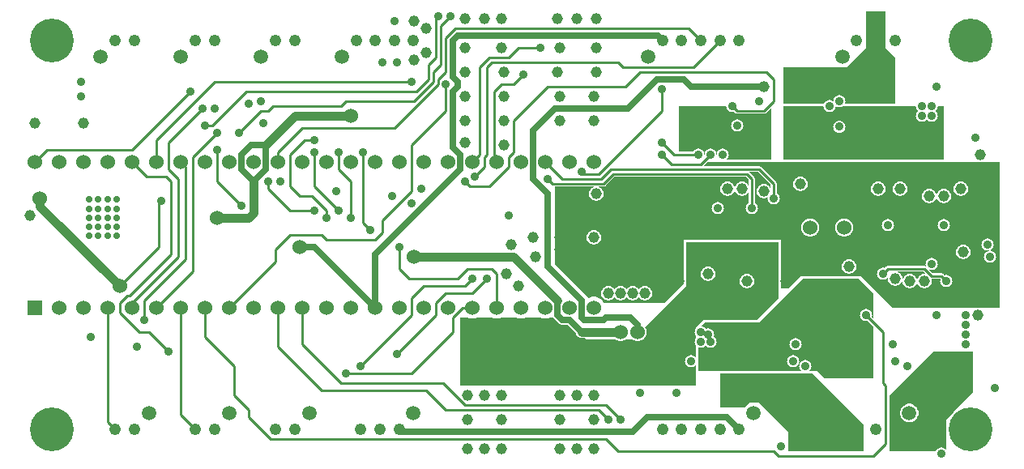
<source format=gbr>
G04 start of page 4 for group 2 idx 1 *
G04 Title: board, signal2 *
G04 Creator: pcb 20140316 *
G04 CreationDate: Mon 15 Jan 2018 01:30:57 AM GMT UTC *
G04 For: brian *
G04 Format: Gerber/RS-274X *
G04 PCB-Dimensions (mil): 6000.00 5000.00 *
G04 PCB-Coordinate-Origin: lower left *
%MOIN*%
%FSLAX25Y25*%
%LNGROUP2*%
%ADD73C,0.0118*%
%ADD72C,0.0380*%
%ADD71C,0.0437*%
%ADD70C,0.1285*%
%ADD69C,0.0279*%
%ADD68C,0.0200*%
%ADD67C,0.0280*%
%ADD66C,0.0360*%
%ADD65C,0.0460*%
%ADD64C,0.0278*%
%ADD63C,0.0600*%
%ADD62C,0.0597*%
%ADD61C,0.1800*%
%ADD60C,0.0480*%
%ADD59C,0.0350*%
%ADD58C,0.0250*%
%ADD57C,0.0100*%
%ADD56C,0.0001*%
G54D56*G36*
X491996Y214800D02*X495503D01*
X496319Y213984D01*
X496000Y214009D01*
X495529Y213972D01*
X495070Y213862D01*
X494634Y213681D01*
X494231Y213435D01*
X493872Y213128D01*
X493565Y212769D01*
X493319Y212366D01*
X493138Y211930D01*
X493028Y211471D01*
X492996Y211067D01*
X492972Y211471D01*
X492862Y211930D01*
X492681Y212366D01*
X492435Y212769D01*
X492128Y213128D01*
X491996Y213240D01*
Y214800D01*
G37*
G36*
X522996Y260000D02*X527000D01*
Y200000D01*
X522996D01*
Y218493D01*
X523000Y218492D01*
X523392Y218523D01*
X523775Y218615D01*
X524138Y218766D01*
X524474Y218971D01*
X524773Y219227D01*
X525029Y219526D01*
X525234Y219862D01*
X525385Y220225D01*
X525477Y220608D01*
X525500Y221000D01*
X525477Y221392D01*
X525385Y221775D01*
X525234Y222138D01*
X525029Y222474D01*
X524773Y222773D01*
X524474Y223029D01*
X524138Y223234D01*
X523775Y223385D01*
X523392Y223477D01*
X523000Y223508D01*
X522996Y223507D01*
Y223707D01*
X523138Y223766D01*
X523474Y223971D01*
X523773Y224227D01*
X524029Y224526D01*
X524234Y224862D01*
X524385Y225225D01*
X524477Y225608D01*
X524500Y226000D01*
X524477Y226392D01*
X524385Y226775D01*
X524234Y227138D01*
X524029Y227474D01*
X523773Y227773D01*
X523474Y228029D01*
X523138Y228234D01*
X522996Y228293D01*
Y260000D01*
G37*
G36*
X511995D02*X518882D01*
X519000Y259991D01*
X519118Y260000D01*
X522996D01*
Y228293D01*
X522775Y228385D01*
X522392Y228477D01*
X522000Y228508D01*
X521608Y228477D01*
X521225Y228385D01*
X520862Y228234D01*
X520526Y228029D01*
X520227Y227773D01*
X519971Y227474D01*
X519766Y227138D01*
X519615Y226775D01*
X519523Y226392D01*
X519492Y226000D01*
X519523Y225608D01*
X519615Y225225D01*
X519766Y224862D01*
X519971Y224526D01*
X520227Y224227D01*
X520526Y223971D01*
X520862Y223766D01*
X521225Y223615D01*
X521608Y223523D01*
X522000Y223492D01*
X522392Y223523D01*
X522775Y223615D01*
X522996Y223707D01*
Y223507D01*
X522608Y223477D01*
X522225Y223385D01*
X521862Y223234D01*
X521526Y223029D01*
X521227Y222773D01*
X520971Y222474D01*
X520766Y222138D01*
X520615Y221775D01*
X520523Y221392D01*
X520492Y221000D01*
X520523Y220608D01*
X520615Y220225D01*
X520766Y219862D01*
X520971Y219526D01*
X521227Y219227D01*
X521526Y218971D01*
X521862Y218766D01*
X522225Y218615D01*
X522608Y218523D01*
X522996Y218493D01*
Y200000D01*
X518118D01*
X518000Y200009D01*
X517882Y200000D01*
X511995D01*
Y219991D01*
X512000Y219991D01*
X512471Y220028D01*
X512930Y220138D01*
X513366Y220319D01*
X513769Y220565D01*
X514128Y220872D01*
X514435Y221231D01*
X514681Y221634D01*
X514862Y222070D01*
X514972Y222529D01*
X515000Y223000D01*
X514972Y223471D01*
X514862Y223930D01*
X514681Y224366D01*
X514435Y224769D01*
X514128Y225128D01*
X513769Y225435D01*
X513366Y225681D01*
X512930Y225862D01*
X512471Y225972D01*
X512000Y226009D01*
X511995Y226009D01*
Y246165D01*
X512366Y246319D01*
X512769Y246565D01*
X513128Y246872D01*
X513435Y247231D01*
X513681Y247634D01*
X513862Y248070D01*
X513972Y248529D01*
X514000Y249000D01*
X513972Y249471D01*
X513862Y249930D01*
X513681Y250366D01*
X513435Y250769D01*
X513128Y251128D01*
X512769Y251435D01*
X512366Y251681D01*
X511995Y251835D01*
Y260000D01*
G37*
G36*
X503996D02*X511995D01*
Y251835D01*
X511930Y251862D01*
X511471Y251972D01*
X511000Y252009D01*
X510529Y251972D01*
X510070Y251862D01*
X509634Y251681D01*
X509231Y251435D01*
X508872Y251128D01*
X508565Y250769D01*
X508319Y250366D01*
X508138Y249930D01*
X508028Y249471D01*
X507991Y249000D01*
X508028Y248529D01*
X508138Y248070D01*
X508319Y247634D01*
X508565Y247231D01*
X508872Y246872D01*
X509231Y246565D01*
X509634Y246319D01*
X510070Y246138D01*
X510529Y246028D01*
X511000Y245991D01*
X511471Y246028D01*
X511930Y246138D01*
X511995Y246165D01*
Y226009D01*
X511529Y225972D01*
X511070Y225862D01*
X510634Y225681D01*
X510231Y225435D01*
X509872Y225128D01*
X509565Y224769D01*
X509319Y224366D01*
X509138Y223930D01*
X509028Y223471D01*
X508991Y223000D01*
X509028Y222529D01*
X509138Y222070D01*
X509319Y221634D01*
X509565Y221231D01*
X509872Y220872D01*
X510231Y220565D01*
X510634Y220319D01*
X511070Y220138D01*
X511529Y220028D01*
X511995Y219991D01*
Y200000D01*
X503996D01*
Y208710D01*
X504225Y208615D01*
X504608Y208523D01*
X505000Y208492D01*
X505392Y208523D01*
X505775Y208615D01*
X506138Y208766D01*
X506474Y208971D01*
X506773Y209227D01*
X507029Y209526D01*
X507234Y209862D01*
X507385Y210225D01*
X507477Y210608D01*
X507500Y211000D01*
X507477Y211392D01*
X507385Y211775D01*
X507234Y212138D01*
X507029Y212474D01*
X506773Y212773D01*
X506474Y213029D01*
X506138Y213234D01*
X505775Y213385D01*
X505392Y213477D01*
X505000Y213508D01*
X504608Y213477D01*
X504295Y213402D01*
X503996Y213701D01*
Y231493D01*
X504000Y231492D01*
X504392Y231523D01*
X504775Y231615D01*
X505138Y231766D01*
X505474Y231971D01*
X505773Y232227D01*
X506029Y232526D01*
X506234Y232862D01*
X506385Y233225D01*
X506477Y233608D01*
X506500Y234000D01*
X506477Y234392D01*
X506385Y234775D01*
X506234Y235138D01*
X506029Y235474D01*
X505773Y235773D01*
X505474Y236029D01*
X505138Y236234D01*
X504775Y236385D01*
X504392Y236477D01*
X504000Y236508D01*
X503996Y236507D01*
Y242991D01*
X504000Y242991D01*
X504471Y243028D01*
X504930Y243138D01*
X505366Y243319D01*
X505769Y243565D01*
X506128Y243872D01*
X506435Y244231D01*
X506681Y244634D01*
X506862Y245070D01*
X506972Y245529D01*
X507000Y246000D01*
X506972Y246471D01*
X506862Y246930D01*
X506681Y247366D01*
X506435Y247769D01*
X506128Y248128D01*
X505769Y248435D01*
X505366Y248681D01*
X504930Y248862D01*
X504471Y248972D01*
X504000Y249009D01*
X503996Y249009D01*
Y260000D01*
G37*
G36*
Y213701D02*X503882Y213815D01*
X503851Y213851D01*
X503708Y213974D01*
X503546Y214073D01*
X503372Y214145D01*
X503188Y214189D01*
X503000Y214204D01*
X502953Y214200D01*
X500995D01*
Y216487D01*
X501029Y216526D01*
X501234Y216862D01*
X501385Y217225D01*
X501477Y217608D01*
X501500Y218000D01*
X501477Y218392D01*
X501385Y218775D01*
X501234Y219138D01*
X501029Y219474D01*
X500995Y219513D01*
Y245922D01*
X500996Y245933D01*
X501028Y245529D01*
X501138Y245070D01*
X501319Y244634D01*
X501565Y244231D01*
X501872Y243872D01*
X502231Y243565D01*
X502634Y243319D01*
X503070Y243138D01*
X503529Y243028D01*
X503996Y242991D01*
Y236507D01*
X503608Y236477D01*
X503225Y236385D01*
X502862Y236234D01*
X502526Y236029D01*
X502227Y235773D01*
X501971Y235474D01*
X501766Y235138D01*
X501615Y234775D01*
X501523Y234392D01*
X501492Y234000D01*
X501523Y233608D01*
X501615Y233225D01*
X501766Y232862D01*
X501971Y232526D01*
X502227Y232227D01*
X502526Y231971D01*
X502862Y231766D01*
X503225Y231615D01*
X503608Y231523D01*
X503996Y231493D01*
Y213701D01*
G37*
G36*
Y200000D02*X500995D01*
Y211800D01*
X502503D01*
X502598Y211705D01*
X502523Y211392D01*
X502492Y211000D01*
X502523Y210608D01*
X502615Y210225D01*
X502766Y209862D01*
X502971Y209526D01*
X503227Y209227D01*
X503526Y208971D01*
X503862Y208766D01*
X503996Y208710D01*
Y200000D01*
G37*
G36*
X500995Y260000D02*X503996D01*
Y249009D01*
X503529Y248972D01*
X503070Y248862D01*
X502634Y248681D01*
X502231Y248435D01*
X501872Y248128D01*
X501565Y247769D01*
X501319Y247366D01*
X501138Y246930D01*
X501028Y246471D01*
X500996Y246067D01*
X500995Y246078D01*
Y260000D01*
G37*
G36*
Y214200D02*X499497D01*
X497981Y215716D01*
X498225Y215615D01*
X498608Y215523D01*
X499000Y215492D01*
X499392Y215523D01*
X499775Y215615D01*
X500138Y215766D01*
X500474Y215971D01*
X500773Y216227D01*
X500995Y216487D01*
Y214200D01*
G37*
G36*
Y200000D02*X491996D01*
Y208760D01*
X492128Y208872D01*
X492435Y209231D01*
X492681Y209634D01*
X492862Y210070D01*
X492972Y210529D01*
X492996Y210933D01*
X493028Y210529D01*
X493138Y210070D01*
X493319Y209634D01*
X493565Y209231D01*
X493872Y208872D01*
X494231Y208565D01*
X494634Y208319D01*
X495070Y208138D01*
X495529Y208028D01*
X496000Y207991D01*
X496471Y208028D01*
X496930Y208138D01*
X497366Y208319D01*
X497769Y208565D01*
X498128Y208872D01*
X498435Y209231D01*
X498681Y209634D01*
X498862Y210070D01*
X498972Y210529D01*
X499000Y211000D01*
X498972Y211471D01*
X498892Y211805D01*
X499000Y211796D01*
X499047Y211800D01*
X500995D01*
Y200000D01*
G37*
G36*
X491996Y260000D02*X500995D01*
Y246078D01*
X500972Y246471D01*
X500862Y246930D01*
X500681Y247366D01*
X500435Y247769D01*
X500128Y248128D01*
X499769Y248435D01*
X499366Y248681D01*
X498930Y248862D01*
X498471Y248972D01*
X498000Y249009D01*
X497529Y248972D01*
X497070Y248862D01*
X496634Y248681D01*
X496231Y248435D01*
X495872Y248128D01*
X495565Y247769D01*
X495319Y247366D01*
X495138Y246930D01*
X495028Y246471D01*
X494991Y246000D01*
X495028Y245529D01*
X495138Y245070D01*
X495319Y244634D01*
X495565Y244231D01*
X495872Y243872D01*
X496231Y243565D01*
X496634Y243319D01*
X497070Y243138D01*
X497529Y243028D01*
X498000Y242991D01*
X498471Y243028D01*
X498930Y243138D01*
X499366Y243319D01*
X499769Y243565D01*
X500128Y243872D01*
X500435Y244231D01*
X500681Y244634D01*
X500862Y245070D01*
X500972Y245529D01*
X500995Y245922D01*
Y219513D01*
X500773Y219773D01*
X500474Y220029D01*
X500138Y220234D01*
X499775Y220385D01*
X499392Y220477D01*
X499000Y220508D01*
X498608Y220477D01*
X498225Y220385D01*
X497862Y220234D01*
X497526Y220029D01*
X497227Y219773D01*
X496971Y219474D01*
X496766Y219138D01*
X496615Y218775D01*
X496523Y218392D01*
X496492Y218000D01*
X496523Y217608D01*
X496615Y217225D01*
X496725Y216959D01*
X496708Y216974D01*
X496546Y217073D01*
X496372Y217145D01*
X496188Y217189D01*
X496000Y217204D01*
X495953Y217200D01*
X491996D01*
Y260000D01*
G37*
G36*
X485995Y209759D02*X486128Y209872D01*
X486435Y210231D01*
X486681Y210634D01*
X486862Y211070D01*
X486972Y211529D01*
X487000Y212000D01*
X486972Y212471D01*
X486862Y212930D01*
X486681Y213366D01*
X486435Y213769D01*
X486128Y214128D01*
X485995Y214241D01*
Y214800D01*
X491996D01*
Y213240D01*
X491769Y213435D01*
X491366Y213681D01*
X490930Y213862D01*
X490471Y213972D01*
X490000Y214009D01*
X489529Y213972D01*
X489070Y213862D01*
X488634Y213681D01*
X488231Y213435D01*
X487872Y213128D01*
X487565Y212769D01*
X487319Y212366D01*
X487138Y211930D01*
X487028Y211471D01*
X486991Y211000D01*
X487028Y210529D01*
X487138Y210070D01*
X487319Y209634D01*
X487565Y209231D01*
X487872Y208872D01*
X488231Y208565D01*
X488634Y208319D01*
X489070Y208138D01*
X489529Y208028D01*
X490000Y207991D01*
X490471Y208028D01*
X490930Y208138D01*
X491366Y208319D01*
X491769Y208565D01*
X491996Y208760D01*
Y200000D01*
X485995D01*
Y209759D01*
G37*
G36*
Y260000D02*X491996D01*
Y217200D01*
X485995D01*
Y245991D01*
X486000Y245991D01*
X486471Y246028D01*
X486930Y246138D01*
X487366Y246319D01*
X487769Y246565D01*
X488128Y246872D01*
X488435Y247231D01*
X488681Y247634D01*
X488862Y248070D01*
X488972Y248529D01*
X489000Y249000D01*
X488972Y249471D01*
X488862Y249930D01*
X488681Y250366D01*
X488435Y250769D01*
X488128Y251128D01*
X487769Y251435D01*
X487366Y251681D01*
X486930Y251862D01*
X486471Y251972D01*
X486000Y252009D01*
X485995Y252009D01*
Y260000D01*
G37*
G36*
Y214241D02*X485769Y214435D01*
X485366Y214681D01*
X485080Y214800D01*
X485995D01*
Y214241D01*
G37*
G36*
X476995Y212498D02*X477227Y212227D01*
X477526Y211971D01*
X477862Y211766D01*
X478225Y211615D01*
X478608Y211523D01*
X479000Y211492D01*
X479392Y211523D01*
X479775Y211615D01*
X480138Y211766D01*
X480474Y211971D01*
X480773Y212227D01*
X481029Y212526D01*
X481049Y212559D01*
X481028Y212471D01*
X480991Y212000D01*
X481028Y211529D01*
X481138Y211070D01*
X481319Y210634D01*
X481565Y210231D01*
X481872Y209872D01*
X482231Y209565D01*
X482634Y209319D01*
X483070Y209138D01*
X483529Y209028D01*
X484000Y208991D01*
X484471Y209028D01*
X484930Y209138D01*
X485366Y209319D01*
X485769Y209565D01*
X485995Y209759D01*
Y200000D01*
X483000D01*
X476995Y206005D01*
Y212498D01*
G37*
G36*
X480996Y260000D02*X485995D01*
Y252009D01*
X485529Y251972D01*
X485070Y251862D01*
X484634Y251681D01*
X484231Y251435D01*
X483872Y251128D01*
X483565Y250769D01*
X483319Y250366D01*
X483138Y249930D01*
X483028Y249471D01*
X482991Y249000D01*
X483028Y248529D01*
X483138Y248070D01*
X483319Y247634D01*
X483565Y247231D01*
X483872Y246872D01*
X484231Y246565D01*
X484634Y246319D01*
X485070Y246138D01*
X485529Y246028D01*
X485995Y245991D01*
Y217200D01*
X481047D01*
X481000Y217204D01*
X480996Y217203D01*
Y231493D01*
X481000Y231492D01*
X481392Y231523D01*
X481775Y231615D01*
X482138Y231766D01*
X482474Y231971D01*
X482773Y232227D01*
X483029Y232526D01*
X483234Y232862D01*
X483385Y233225D01*
X483477Y233608D01*
X483500Y234000D01*
X483477Y234392D01*
X483385Y234775D01*
X483234Y235138D01*
X483029Y235474D01*
X482773Y235773D01*
X482474Y236029D01*
X482138Y236234D01*
X481775Y236385D01*
X481392Y236477D01*
X481000Y236508D01*
X480996Y236507D01*
Y260000D01*
G37*
G36*
X476995D02*X480996D01*
Y236507D01*
X480608Y236477D01*
X480225Y236385D01*
X479862Y236234D01*
X479526Y236029D01*
X479227Y235773D01*
X478971Y235474D01*
X478766Y235138D01*
X478615Y234775D01*
X478523Y234392D01*
X478492Y234000D01*
X478523Y233608D01*
X478615Y233225D01*
X478766Y232862D01*
X478971Y232526D01*
X479227Y232227D01*
X479526Y231971D01*
X479862Y231766D01*
X480225Y231615D01*
X480608Y231523D01*
X480996Y231493D01*
Y217203D01*
X480812Y217189D01*
X480628Y217145D01*
X480454Y217073D01*
X480292Y216974D01*
X480292Y216974D01*
X480149Y216851D01*
X480118Y216815D01*
X479705Y216402D01*
X479392Y216477D01*
X479000Y216508D01*
X478608Y216477D01*
X478225Y216385D01*
X477862Y216234D01*
X477526Y216029D01*
X477227Y215773D01*
X476995Y215502D01*
Y245991D01*
X477000Y245991D01*
X477471Y246028D01*
X477930Y246138D01*
X478366Y246319D01*
X478769Y246565D01*
X479128Y246872D01*
X479435Y247231D01*
X479681Y247634D01*
X479862Y248070D01*
X479972Y248529D01*
X480000Y249000D01*
X479972Y249471D01*
X479862Y249930D01*
X479681Y250366D01*
X479435Y250769D01*
X479128Y251128D01*
X478769Y251435D01*
X478366Y251681D01*
X477930Y251862D01*
X477471Y251972D01*
X477000Y252009D01*
X476995Y252009D01*
Y260000D01*
G37*
G36*
X464995D02*X476995D01*
Y252009D01*
X476529Y251972D01*
X476070Y251862D01*
X475634Y251681D01*
X475231Y251435D01*
X474872Y251128D01*
X474565Y250769D01*
X474319Y250366D01*
X474138Y249930D01*
X474028Y249471D01*
X473991Y249000D01*
X474028Y248529D01*
X474138Y248070D01*
X474319Y247634D01*
X474565Y247231D01*
X474872Y246872D01*
X475231Y246565D01*
X475634Y246319D01*
X476070Y246138D01*
X476529Y246028D01*
X476995Y245991D01*
Y215502D01*
X476971Y215474D01*
X476766Y215138D01*
X476615Y214775D01*
X476523Y214392D01*
X476492Y214000D01*
X476523Y213608D01*
X476615Y213225D01*
X476766Y212862D01*
X476971Y212526D01*
X476995Y212498D01*
Y206005D01*
X470000Y213000D01*
X464995D01*
Y213991D01*
X465000Y213991D01*
X465471Y214028D01*
X465930Y214138D01*
X466366Y214319D01*
X466769Y214565D01*
X467128Y214872D01*
X467435Y215231D01*
X467681Y215634D01*
X467862Y216070D01*
X467972Y216529D01*
X468000Y217000D01*
X467972Y217471D01*
X467862Y217930D01*
X467681Y218366D01*
X467435Y218769D01*
X467128Y219128D01*
X466769Y219435D01*
X466366Y219681D01*
X465930Y219862D01*
X465471Y219972D01*
X465000Y220009D01*
X464995Y220009D01*
Y229883D01*
X465182Y229997D01*
X465624Y230376D01*
X466003Y230818D01*
X466307Y231315D01*
X466530Y231853D01*
X466666Y232419D01*
X466700Y233000D01*
X466666Y233581D01*
X466530Y234147D01*
X466307Y234685D01*
X466003Y235182D01*
X465624Y235624D01*
X465182Y236003D01*
X464995Y236117D01*
Y260000D01*
G37*
G36*
X448994D02*X464995D01*
Y236117D01*
X464685Y236307D01*
X464147Y236530D01*
X463581Y236666D01*
X463000Y236711D01*
X462419Y236666D01*
X461853Y236530D01*
X461315Y236307D01*
X460818Y236003D01*
X460376Y235624D01*
X459997Y235182D01*
X459693Y234685D01*
X459470Y234147D01*
X459334Y233581D01*
X459289Y233000D01*
X459334Y232419D01*
X459470Y231853D01*
X459693Y231315D01*
X459997Y230818D01*
X460376Y230376D01*
X460818Y229997D01*
X461315Y229693D01*
X461853Y229470D01*
X462419Y229334D01*
X463000Y229289D01*
X463581Y229334D01*
X464147Y229470D01*
X464685Y229693D01*
X464995Y229883D01*
Y220009D01*
X464529Y219972D01*
X464070Y219862D01*
X463634Y219681D01*
X463231Y219435D01*
X462872Y219128D01*
X462565Y218769D01*
X462319Y218366D01*
X462138Y217930D01*
X462028Y217471D01*
X461991Y217000D01*
X462028Y216529D01*
X462138Y216070D01*
X462319Y215634D01*
X462565Y215231D01*
X462872Y214872D01*
X463231Y214565D01*
X463634Y214319D01*
X464070Y214138D01*
X464529Y214028D01*
X464995Y213991D01*
Y213000D01*
X448994D01*
Y229289D01*
X449000Y229289D01*
X449581Y229334D01*
X450147Y229470D01*
X450685Y229693D01*
X451182Y229997D01*
X451624Y230376D01*
X452003Y230818D01*
X452307Y231315D01*
X452530Y231853D01*
X452666Y232419D01*
X452700Y233000D01*
X452666Y233581D01*
X452530Y234147D01*
X452307Y234685D01*
X452003Y235182D01*
X451624Y235624D01*
X451182Y236003D01*
X450685Y236307D01*
X450147Y236530D01*
X449581Y236666D01*
X449000Y236711D01*
X448994Y236711D01*
Y260000D01*
G37*
G36*
X444995D02*X448994D01*
Y236711D01*
X448419Y236666D01*
X447853Y236530D01*
X447315Y236307D01*
X446818Y236003D01*
X446376Y235624D01*
X445997Y235182D01*
X445693Y234685D01*
X445470Y234147D01*
X445334Y233581D01*
X445289Y233000D01*
X445334Y232419D01*
X445470Y231853D01*
X445693Y231315D01*
X445997Y230818D01*
X446376Y230376D01*
X446818Y229997D01*
X447315Y229693D01*
X447853Y229470D01*
X448419Y229334D01*
X448994Y229289D01*
Y213000D01*
X445000D01*
X444995Y212995D01*
Y247991D01*
X445000Y247991D01*
X445471Y248028D01*
X445930Y248138D01*
X446366Y248319D01*
X446769Y248565D01*
X447128Y248872D01*
X447435Y249231D01*
X447681Y249634D01*
X447862Y250070D01*
X447972Y250529D01*
X448000Y251000D01*
X447972Y251471D01*
X447862Y251930D01*
X447681Y252366D01*
X447435Y252769D01*
X447128Y253128D01*
X446769Y253435D01*
X446366Y253681D01*
X445930Y253862D01*
X445471Y253972D01*
X445000Y254009D01*
X444995Y254009D01*
Y260000D01*
G37*
G36*
X410996Y253800D02*X422503D01*
X423800Y252503D01*
Y250080D01*
X423681Y250366D01*
X423435Y250769D01*
X423128Y251128D01*
X422769Y251435D01*
X422366Y251681D01*
X421930Y251862D01*
X421471Y251972D01*
X421000Y252009D01*
X420529Y251972D01*
X420070Y251862D01*
X419634Y251681D01*
X419231Y251435D01*
X418872Y251128D01*
X418565Y250769D01*
X418319Y250366D01*
X418138Y249930D01*
X418028Y249471D01*
X417996Y249067D01*
X417972Y249471D01*
X417862Y249930D01*
X417681Y250366D01*
X417435Y250769D01*
X417128Y251128D01*
X416769Y251435D01*
X416366Y251681D01*
X415930Y251862D01*
X415471Y251972D01*
X415000Y252009D01*
X414529Y251972D01*
X414070Y251862D01*
X413634Y251681D01*
X413231Y251435D01*
X412872Y251128D01*
X412565Y250769D01*
X412319Y250366D01*
X412138Y249930D01*
X412028Y249471D01*
X411991Y249000D01*
X412028Y248529D01*
X412138Y248070D01*
X412319Y247634D01*
X412565Y247231D01*
X412872Y246872D01*
X413231Y246565D01*
X413634Y246319D01*
X414070Y246138D01*
X414529Y246028D01*
X415000Y245991D01*
X415471Y246028D01*
X415930Y246138D01*
X416366Y246319D01*
X416769Y246565D01*
X417128Y246872D01*
X417435Y247231D01*
X417681Y247634D01*
X417862Y248070D01*
X417972Y248529D01*
X417996Y248933D01*
X418028Y248529D01*
X418138Y248070D01*
X418319Y247634D01*
X418565Y247231D01*
X418872Y246872D01*
X419231Y246565D01*
X419634Y246319D01*
X420070Y246138D01*
X420529Y246028D01*
X421000Y245991D01*
X421471Y246028D01*
X421930Y246138D01*
X422366Y246319D01*
X422769Y246565D01*
X423128Y246872D01*
X423435Y247231D01*
X423681Y247634D01*
X423800Y247920D01*
Y243197D01*
X423526Y243029D01*
X423227Y242773D01*
X422971Y242474D01*
X422766Y242138D01*
X422615Y241775D01*
X422523Y241392D01*
X422492Y241000D01*
X422523Y240608D01*
X422615Y240225D01*
X422766Y239862D01*
X422971Y239526D01*
X423227Y239227D01*
X423526Y238971D01*
X423862Y238766D01*
X424225Y238615D01*
X424608Y238523D01*
X425000Y238492D01*
X425392Y238523D01*
X425775Y238615D01*
X426138Y238766D01*
X426474Y238971D01*
X426773Y239227D01*
X427029Y239526D01*
X427234Y239862D01*
X427385Y240225D01*
X427477Y240608D01*
X427500Y241000D01*
X427477Y241392D01*
X427385Y241775D01*
X427234Y242138D01*
X427029Y242474D01*
X426773Y242773D01*
X426474Y243029D01*
X426200Y243197D01*
Y252953D01*
X426204Y253000D01*
X426189Y253188D01*
X426189Y253188D01*
X426145Y253372D01*
X426073Y253546D01*
X425974Y253708D01*
X425851Y253851D01*
X425815Y253882D01*
X423897Y255800D01*
X427503D01*
X432800Y250503D01*
Y249080D01*
X432681Y249366D01*
X432435Y249769D01*
X432128Y250128D01*
X431769Y250435D01*
X431366Y250681D01*
X430930Y250862D01*
X430471Y250972D01*
X430000Y251009D01*
X429529Y250972D01*
X429070Y250862D01*
X428634Y250681D01*
X428231Y250435D01*
X427872Y250128D01*
X427565Y249769D01*
X427319Y249366D01*
X427138Y248930D01*
X427028Y248471D01*
X426991Y248000D01*
X427028Y247529D01*
X427138Y247070D01*
X427319Y246634D01*
X427565Y246231D01*
X427872Y245872D01*
X428231Y245565D01*
X428634Y245319D01*
X429070Y245138D01*
X429529Y245028D01*
X430000Y244991D01*
X430471Y245028D01*
X430930Y245138D01*
X431366Y245319D01*
X431530Y245419D01*
X431523Y245392D01*
X431492Y245000D01*
X431523Y244608D01*
X431615Y244225D01*
X431766Y243862D01*
X431971Y243526D01*
X432227Y243227D01*
X432526Y242971D01*
X432862Y242766D01*
X433225Y242615D01*
X433608Y242523D01*
X434000Y242492D01*
X434392Y242523D01*
X434775Y242615D01*
X435138Y242766D01*
X435474Y242971D01*
X435773Y243227D01*
X436029Y243526D01*
X436234Y243862D01*
X436385Y244225D01*
X436477Y244608D01*
X436500Y245000D01*
X436477Y245392D01*
X436385Y245775D01*
X436234Y246138D01*
X436029Y246474D01*
X435773Y246773D01*
X435474Y247029D01*
X435200Y247197D01*
Y250953D01*
X435204Y251000D01*
X435189Y251188D01*
X435189Y251188D01*
X435145Y251372D01*
X435073Y251546D01*
X434974Y251708D01*
X434851Y251851D01*
X434815Y251882D01*
X428882Y257815D01*
X428851Y257851D01*
X428708Y257974D01*
X428546Y258073D01*
X428372Y258145D01*
X428188Y258189D01*
X428000Y258204D01*
X427953Y258200D01*
X410996D01*
Y260000D01*
X444995D01*
Y254009D01*
X444529Y253972D01*
X444070Y253862D01*
X443634Y253681D01*
X443231Y253435D01*
X442872Y253128D01*
X442565Y252769D01*
X442319Y252366D01*
X442138Y251930D01*
X442028Y251471D01*
X441991Y251000D01*
X442028Y250529D01*
X442138Y250070D01*
X442319Y249634D01*
X442565Y249231D01*
X442872Y248872D01*
X443231Y248565D01*
X443634Y248319D01*
X444070Y248138D01*
X444529Y248028D01*
X444995Y247991D01*
Y212995D01*
X440000Y208000D01*
X437000D01*
Y228000D01*
X410996D01*
Y238493D01*
X411000Y238492D01*
X411392Y238523D01*
X411775Y238615D01*
X412138Y238766D01*
X412474Y238971D01*
X412773Y239227D01*
X413029Y239526D01*
X413234Y239862D01*
X413385Y240225D01*
X413477Y240608D01*
X413500Y241000D01*
X413477Y241392D01*
X413385Y241775D01*
X413234Y242138D01*
X413029Y242474D01*
X412773Y242773D01*
X412474Y243029D01*
X412138Y243234D01*
X411775Y243385D01*
X411392Y243477D01*
X411000Y243508D01*
X410996Y243507D01*
Y253800D01*
G37*
G36*
Y258200D02*X404897D01*
X406697Y260000D01*
X410996D01*
Y258200D01*
G37*
G36*
X389000Y202000D02*X373495D01*
Y204330D01*
X373500Y204338D01*
X373565Y204231D01*
X373872Y203872D01*
X374231Y203565D01*
X374634Y203319D01*
X375070Y203138D01*
X375529Y203028D01*
X376000Y202991D01*
X376471Y203028D01*
X376930Y203138D01*
X377366Y203319D01*
X377769Y203565D01*
X378128Y203872D01*
X378435Y204231D01*
X378500Y204338D01*
X378565Y204231D01*
X378872Y203872D01*
X379231Y203565D01*
X379634Y203319D01*
X380070Y203138D01*
X380529Y203028D01*
X381000Y202991D01*
X381471Y203028D01*
X381930Y203138D01*
X382366Y203319D01*
X382769Y203565D01*
X383128Y203872D01*
X383435Y204231D01*
X383681Y204634D01*
X383862Y205070D01*
X383972Y205529D01*
X384000Y206000D01*
X383972Y206471D01*
X383862Y206930D01*
X383681Y207366D01*
X383435Y207769D01*
X383128Y208128D01*
X382769Y208435D01*
X382366Y208681D01*
X381930Y208862D01*
X381471Y208972D01*
X381000Y209009D01*
X380529Y208972D01*
X380070Y208862D01*
X379634Y208681D01*
X379231Y208435D01*
X378872Y208128D01*
X378565Y207769D01*
X378500Y207662D01*
X378435Y207769D01*
X378128Y208128D01*
X377769Y208435D01*
X377366Y208681D01*
X376930Y208862D01*
X376471Y208972D01*
X376000Y209009D01*
X375529Y208972D01*
X375070Y208862D01*
X374634Y208681D01*
X374231Y208435D01*
X373872Y208128D01*
X373565Y207769D01*
X373500Y207662D01*
X373495Y207670D01*
Y253800D01*
X410996D01*
Y243507D01*
X410608Y243477D01*
X410225Y243385D01*
X409862Y243234D01*
X409526Y243029D01*
X409227Y242773D01*
X408971Y242474D01*
X408766Y242138D01*
X408615Y241775D01*
X408523Y241392D01*
X408492Y241000D01*
X408523Y240608D01*
X408615Y240225D01*
X408766Y239862D01*
X408971Y239526D01*
X409227Y239227D01*
X409526Y238971D01*
X409862Y238766D01*
X410225Y238615D01*
X410608Y238523D01*
X410996Y238493D01*
Y228000D01*
X397000D01*
Y210000D01*
X389000Y202000D01*
G37*
G36*
X373495D02*X364042D01*
X364022Y202049D01*
X363652Y202653D01*
X363192Y203192D01*
X362653Y203652D01*
X362049Y204022D01*
X361395Y204293D01*
X360706Y204458D01*
X360000Y204514D01*
X359995Y204514D01*
Y225991D01*
X360000Y225991D01*
X360471Y226028D01*
X360930Y226138D01*
X361366Y226319D01*
X361769Y226565D01*
X362128Y226872D01*
X362435Y227231D01*
X362681Y227634D01*
X362862Y228070D01*
X362972Y228529D01*
X363000Y229000D01*
X362972Y229471D01*
X362862Y229930D01*
X362681Y230366D01*
X362435Y230769D01*
X362128Y231128D01*
X361769Y231435D01*
X361366Y231681D01*
X360930Y231862D01*
X360471Y231972D01*
X360000Y232009D01*
X359995Y232009D01*
Y244169D01*
X360070Y244138D01*
X360529Y244028D01*
X361000Y243991D01*
X361471Y244028D01*
X361930Y244138D01*
X362366Y244319D01*
X362769Y244565D01*
X363128Y244872D01*
X363435Y245231D01*
X363681Y245634D01*
X363862Y246070D01*
X363972Y246529D01*
X364000Y247000D01*
X363972Y247471D01*
X363862Y247930D01*
X363681Y248366D01*
X363435Y248769D01*
X363128Y249128D01*
X362769Y249435D01*
X362366Y249681D01*
X362080Y249800D01*
X363953D01*
X364000Y249796D01*
X364188Y249811D01*
X364188Y249811D01*
X364372Y249855D01*
X364546Y249927D01*
X364708Y250026D01*
X364851Y250149D01*
X364882Y250185D01*
X368497Y253800D01*
X373495D01*
Y207670D01*
X373435Y207769D01*
X373128Y208128D01*
X372769Y208435D01*
X372366Y208681D01*
X371930Y208862D01*
X371471Y208972D01*
X371000Y209009D01*
X370529Y208972D01*
X370070Y208862D01*
X369634Y208681D01*
X369231Y208435D01*
X368872Y208128D01*
X368565Y207769D01*
X368500Y207662D01*
X368435Y207769D01*
X368128Y208128D01*
X367769Y208435D01*
X367366Y208681D01*
X366930Y208862D01*
X366471Y208972D01*
X366000Y209009D01*
X365529Y208972D01*
X365070Y208862D01*
X364634Y208681D01*
X364231Y208435D01*
X363872Y208128D01*
X363565Y207769D01*
X363319Y207366D01*
X363138Y206930D01*
X363028Y206471D01*
X362991Y206000D01*
X363028Y205529D01*
X363138Y205070D01*
X363319Y204634D01*
X363565Y204231D01*
X363872Y203872D01*
X364231Y203565D01*
X364634Y203319D01*
X365070Y203138D01*
X365529Y203028D01*
X366000Y202991D01*
X366471Y203028D01*
X366930Y203138D01*
X367366Y203319D01*
X367769Y203565D01*
X368128Y203872D01*
X368435Y204231D01*
X368500Y204338D01*
X368565Y204231D01*
X368872Y203872D01*
X369231Y203565D01*
X369634Y203319D01*
X370070Y203138D01*
X370529Y203028D01*
X371000Y202991D01*
X371471Y203028D01*
X371930Y203138D01*
X372366Y203319D01*
X372769Y203565D01*
X373128Y203872D01*
X373435Y204231D01*
X373495Y204330D01*
Y202000D01*
G37*
G36*
X359995Y204514D02*X359294Y204458D01*
X358605Y204293D01*
X357970Y204030D01*
X344000Y218000D01*
Y249800D01*
X359920D01*
X359634Y249681D01*
X359231Y249435D01*
X358872Y249128D01*
X358565Y248769D01*
X358319Y248366D01*
X358138Y247930D01*
X358028Y247471D01*
X357991Y247000D01*
X358028Y246529D01*
X358138Y246070D01*
X358319Y245634D01*
X358565Y245231D01*
X358872Y244872D01*
X359231Y244565D01*
X359634Y244319D01*
X359995Y244169D01*
Y232009D01*
X359529Y231972D01*
X359070Y231862D01*
X358634Y231681D01*
X358231Y231435D01*
X357872Y231128D01*
X357565Y230769D01*
X357319Y230366D01*
X357138Y229930D01*
X357028Y229471D01*
X356991Y229000D01*
X357028Y228529D01*
X357138Y228070D01*
X357319Y227634D01*
X357565Y227231D01*
X357872Y226872D01*
X358231Y226565D01*
X358634Y226319D01*
X359070Y226138D01*
X359529Y226028D01*
X359995Y225991D01*
Y204514D01*
G37*
G36*
X480000Y322000D02*Y307000D01*
X484000Y303000D01*
Y284000D01*
X463292D01*
X463385Y284225D01*
X463477Y284608D01*
X463500Y285000D01*
X463477Y285392D01*
X463385Y285775D01*
X463234Y286138D01*
X463029Y286474D01*
X462773Y286773D01*
X462474Y287029D01*
X462138Y287234D01*
X461775Y287385D01*
X461392Y287477D01*
X461000Y287508D01*
X460608Y287477D01*
X460225Y287385D01*
X459862Y287234D01*
X459526Y287029D01*
X459227Y286773D01*
X458971Y286474D01*
X458766Y286138D01*
X458615Y285775D01*
X458523Y285392D01*
X458493Y285012D01*
X458474Y285029D01*
X458138Y285234D01*
X457775Y285385D01*
X457392Y285477D01*
X457000Y285508D01*
X456608Y285477D01*
X456225Y285385D01*
X455862Y285234D01*
X455526Y285029D01*
X455227Y284773D01*
X454971Y284474D01*
X454766Y284138D01*
X454708Y284000D01*
X438000D01*
Y299000D01*
X464000D01*
X472000Y307000D01*
Y322000D01*
X480000D01*
G37*
G36*
X460996Y282493D02*X461000Y282492D01*
X461392Y282523D01*
X461775Y282615D01*
X462138Y282766D01*
X462474Y282971D01*
X462508Y283000D01*
X492492D01*
X492523Y282608D01*
X492615Y282225D01*
X492766Y281862D01*
X492971Y281526D01*
X493227Y281227D01*
X493492Y281000D01*
X493227Y280773D01*
X492971Y280474D01*
X492766Y280138D01*
X492615Y279775D01*
X492523Y279392D01*
X492492Y279000D01*
X492523Y278608D01*
X492615Y278225D01*
X492766Y277862D01*
X492971Y277526D01*
X493227Y277227D01*
X493526Y276971D01*
X493862Y276766D01*
X494225Y276615D01*
X494608Y276523D01*
X495000Y276492D01*
X495392Y276523D01*
X495775Y276615D01*
X496138Y276766D01*
X496474Y276971D01*
X496773Y277227D01*
X497000Y277492D01*
X497227Y277227D01*
X497526Y276971D01*
X497862Y276766D01*
X498225Y276615D01*
X498608Y276523D01*
X499000Y276492D01*
X499392Y276523D01*
X499775Y276615D01*
X500138Y276766D01*
X500474Y276971D01*
X500773Y277227D01*
X501029Y277526D01*
X501234Y277862D01*
X501385Y278225D01*
X501477Y278608D01*
X501500Y279000D01*
X501477Y279392D01*
X501385Y279775D01*
X501234Y280138D01*
X501029Y280474D01*
X500773Y280773D01*
X500508Y281000D01*
X500773Y281227D01*
X501029Y281526D01*
X501234Y281862D01*
X501385Y282225D01*
X501477Y282608D01*
X501500Y283000D01*
X504000D01*
Y261000D01*
X460996D01*
Y271934D01*
X461000Y271933D01*
X461392Y271964D01*
X461775Y272056D01*
X462138Y272207D01*
X462474Y272412D01*
X462773Y272668D01*
X463029Y272967D01*
X463234Y273302D01*
X463385Y273666D01*
X463477Y274049D01*
X463500Y274441D01*
X463477Y274833D01*
X463385Y275216D01*
X463234Y275579D01*
X463029Y275915D01*
X462773Y276214D01*
X462474Y276470D01*
X462138Y276675D01*
X461775Y276826D01*
X461392Y276918D01*
X461000Y276949D01*
X460996Y276948D01*
Y282493D01*
G37*
G36*
X438000Y283000D02*X454492D01*
X454523Y282608D01*
X454615Y282225D01*
X454766Y281862D01*
X454971Y281526D01*
X455227Y281227D01*
X455526Y280971D01*
X455862Y280766D01*
X456225Y280615D01*
X456608Y280523D01*
X457000Y280492D01*
X457392Y280523D01*
X457775Y280615D01*
X458138Y280766D01*
X458474Y280971D01*
X458773Y281227D01*
X459029Y281526D01*
X459234Y281862D01*
X459385Y282225D01*
X459477Y282608D01*
X459500Y282994D01*
X459526Y282971D01*
X459862Y282766D01*
X460225Y282615D01*
X460608Y282523D01*
X460996Y282493D01*
Y276948D01*
X460608Y276918D01*
X460225Y276826D01*
X459862Y276675D01*
X459526Y276470D01*
X459227Y276214D01*
X458971Y275915D01*
X458766Y275579D01*
X458615Y275216D01*
X458523Y274833D01*
X458492Y274441D01*
X458523Y274049D01*
X458615Y273666D01*
X458766Y273302D01*
X458971Y272967D01*
X459227Y272668D01*
X459526Y272412D01*
X459862Y272207D01*
X460225Y272056D01*
X460608Y271964D01*
X460996Y271934D01*
Y261000D01*
X438000D01*
Y283000D01*
G37*
G36*
X433000Y261000D02*X418996D01*
Y272493D01*
X419000Y272492D01*
X419392Y272523D01*
X419775Y272615D01*
X420138Y272766D01*
X420474Y272971D01*
X420773Y273227D01*
X421029Y273526D01*
X421234Y273862D01*
X421385Y274225D01*
X421477Y274608D01*
X421500Y275000D01*
X421477Y275392D01*
X421385Y275775D01*
X421234Y276138D01*
X421029Y276474D01*
X420773Y276773D01*
X420474Y277029D01*
X420138Y277234D01*
X419775Y277385D01*
X419392Y277477D01*
X419000Y277508D01*
X418996Y277507D01*
Y279797D01*
X419000Y279796D01*
X419047Y279800D01*
X429953D01*
X430000Y279796D01*
X430188Y279811D01*
X430188Y279811D01*
X430372Y279855D01*
X430546Y279927D01*
X430708Y280026D01*
X430851Y280149D01*
X430882Y280185D01*
X433000Y282303D01*
Y261000D01*
G37*
G36*
X418996D02*X414508D01*
X414773Y261227D01*
X415029Y261526D01*
X415234Y261862D01*
X415385Y262225D01*
X415477Y262608D01*
X415500Y263000D01*
X415477Y263392D01*
X415385Y263775D01*
X415234Y264138D01*
X415029Y264474D01*
X414773Y264773D01*
X414474Y265029D01*
X414138Y265234D01*
X413775Y265385D01*
X413392Y265477D01*
X413000Y265508D01*
X412608Y265477D01*
X412225Y265385D01*
X411862Y265234D01*
X411526Y265029D01*
X411227Y264773D01*
X410971Y264474D01*
X410766Y264138D01*
X410615Y263775D01*
X410523Y263392D01*
X410497Y263056D01*
X410477Y263392D01*
X410385Y263775D01*
X410234Y264138D01*
X410029Y264474D01*
X409773Y264773D01*
X409474Y265029D01*
X409138Y265234D01*
X408775Y265385D01*
X408392Y265477D01*
X408000Y265508D01*
X407608Y265477D01*
X407225Y265385D01*
X406862Y265234D01*
X406526Y265029D01*
X406227Y264773D01*
X405971Y264474D01*
X405766Y264138D01*
X405615Y263775D01*
X405523Y263392D01*
X405497Y263056D01*
X405477Y263392D01*
X405385Y263775D01*
X405234Y264138D01*
X405029Y264474D01*
X404773Y264773D01*
X404474Y265029D01*
X404138Y265234D01*
X403775Y265385D01*
X403392Y265477D01*
X403000Y265508D01*
X402608Y265477D01*
X402225Y265385D01*
X401862Y265234D01*
X401526Y265029D01*
X401227Y264773D01*
X400971Y264474D01*
X400803Y264200D01*
X395000D01*
Y283000D01*
X414492D01*
X414523Y282608D01*
X414615Y282225D01*
X414766Y281862D01*
X414971Y281526D01*
X415227Y281227D01*
X415526Y280971D01*
X415862Y280766D01*
X416225Y280615D01*
X416608Y280523D01*
X417000Y280492D01*
X417392Y280523D01*
X417705Y280598D01*
X418118Y280185D01*
X418149Y280149D01*
X418292Y280026D01*
X418292Y280026D01*
X418454Y279927D01*
X418628Y279855D01*
X418812Y279811D01*
X418996Y279797D01*
Y277507D01*
X418608Y277477D01*
X418225Y277385D01*
X417862Y277234D01*
X417526Y277029D01*
X417227Y276773D01*
X416971Y276474D01*
X416766Y276138D01*
X416615Y275775D01*
X416523Y275392D01*
X416492Y275000D01*
X416523Y274608D01*
X416615Y274225D01*
X416766Y273862D01*
X416971Y273526D01*
X417227Y273227D01*
X417526Y272971D01*
X417862Y272766D01*
X418225Y272615D01*
X418608Y272523D01*
X418996Y272493D01*
Y261000D01*
G37*
G36*
X471000Y141000D02*X440000D01*
Y149000D01*
X428000Y161000D01*
X424000D01*
X422000Y159000D01*
X412000D01*
Y173000D01*
X450000D01*
X471000Y152000D01*
Y141000D01*
G37*
G36*
X441996Y207996D02*X446000Y212000D01*
X469000D01*
X475000Y206000D01*
Y195697D01*
X474402Y196295D01*
X474477Y196608D01*
X474500Y197000D01*
X474477Y197392D01*
X474385Y197775D01*
X474234Y198138D01*
X474029Y198474D01*
X473773Y198773D01*
X473474Y199029D01*
X473138Y199234D01*
X472775Y199385D01*
X472392Y199477D01*
X472000Y199508D01*
X471608Y199477D01*
X471225Y199385D01*
X470862Y199234D01*
X470526Y199029D01*
X470227Y198773D01*
X469971Y198474D01*
X469766Y198138D01*
X469615Y197775D01*
X469523Y197392D01*
X469492Y197000D01*
X469523Y196608D01*
X469615Y196225D01*
X469766Y195862D01*
X469971Y195526D01*
X470227Y195227D01*
X470526Y194971D01*
X470862Y194766D01*
X471225Y194615D01*
X471608Y194523D01*
X472000Y194492D01*
X472392Y194523D01*
X472705Y194598D01*
X475000Y192303D01*
Y171000D01*
X455000D01*
X452000Y174000D01*
X448508D01*
X448773Y174227D01*
X449029Y174526D01*
X449234Y174862D01*
X449385Y175225D01*
X449477Y175608D01*
X449500Y176000D01*
X449477Y176392D01*
X449385Y176775D01*
X449234Y177138D01*
X449029Y177474D01*
X448773Y177773D01*
X448474Y178029D01*
X448138Y178234D01*
X447775Y178385D01*
X447392Y178477D01*
X447000Y178508D01*
X446608Y178477D01*
X446225Y178385D01*
X445862Y178234D01*
X445526Y178029D01*
X445227Y177773D01*
X444971Y177474D01*
X444766Y177138D01*
X444615Y176775D01*
X444523Y176392D01*
X444492Y176000D01*
X444523Y175608D01*
X444615Y175225D01*
X444766Y174862D01*
X444971Y174526D01*
X445227Y174227D01*
X445492Y174000D01*
X441996D01*
Y175493D01*
X442000Y175492D01*
X442392Y175523D01*
X442775Y175615D01*
X443138Y175766D01*
X443474Y175971D01*
X443773Y176227D01*
X444029Y176526D01*
X444234Y176862D01*
X444385Y177225D01*
X444477Y177608D01*
X444500Y178000D01*
X444477Y178392D01*
X444385Y178775D01*
X444234Y179138D01*
X444029Y179474D01*
X443773Y179773D01*
X443474Y180029D01*
X443138Y180234D01*
X442775Y180385D01*
X442392Y180477D01*
X442000Y180508D01*
X441996Y180507D01*
Y182710D01*
X442225Y182615D01*
X442608Y182523D01*
X443000Y182492D01*
X443392Y182523D01*
X443775Y182615D01*
X444138Y182766D01*
X444474Y182971D01*
X444773Y183227D01*
X445029Y183526D01*
X445234Y183862D01*
X445385Y184225D01*
X445477Y184608D01*
X445500Y185000D01*
X445477Y185392D01*
X445385Y185775D01*
X445234Y186138D01*
X445029Y186474D01*
X444773Y186773D01*
X444474Y187029D01*
X444138Y187234D01*
X443775Y187385D01*
X443392Y187477D01*
X443000Y187508D01*
X442608Y187477D01*
X442225Y187385D01*
X441996Y187290D01*
Y207996D01*
G37*
G36*
X403000Y174000D02*Y183708D01*
X403225Y183615D01*
X403608Y183523D01*
X404000Y183492D01*
X404392Y183523D01*
X404775Y183615D01*
X405138Y183766D01*
X405474Y183971D01*
X405773Y184227D01*
X406000Y184492D01*
X406227Y184227D01*
X406526Y183971D01*
X406862Y183766D01*
X407225Y183615D01*
X407608Y183523D01*
X408000Y183492D01*
X408392Y183523D01*
X408775Y183615D01*
X409138Y183766D01*
X409474Y183971D01*
X409773Y184227D01*
X410029Y184526D01*
X410234Y184862D01*
X410385Y185225D01*
X410477Y185608D01*
X410500Y186000D01*
X410477Y186392D01*
X410385Y186775D01*
X410234Y187138D01*
X410029Y187474D01*
X409773Y187773D01*
X409474Y188029D01*
X409338Y188112D01*
X409385Y188225D01*
X409477Y188608D01*
X409500Y189000D01*
X409477Y189392D01*
X409385Y189775D01*
X409234Y190138D01*
X409029Y190474D01*
X408773Y190773D01*
X408474Y191029D01*
X408138Y191234D01*
X407775Y191385D01*
X407392Y191477D01*
X407000Y191508D01*
X406608Y191477D01*
X406225Y191385D01*
X406112Y191338D01*
X406029Y191474D01*
X405773Y191773D01*
X405474Y192029D01*
X405138Y192234D01*
X404775Y192385D01*
X404460Y192460D01*
X406000Y194000D01*
X428000D01*
X441996Y207996D01*
Y187290D01*
X441862Y187234D01*
X441526Y187029D01*
X441227Y186773D01*
X440971Y186474D01*
X440766Y186138D01*
X440615Y185775D01*
X440523Y185392D01*
X440492Y185000D01*
X440523Y184608D01*
X440615Y184225D01*
X440766Y183862D01*
X440971Y183526D01*
X441227Y183227D01*
X441526Y182971D01*
X441862Y182766D01*
X441996Y182710D01*
Y180507D01*
X441608Y180477D01*
X441225Y180385D01*
X440862Y180234D01*
X440526Y180029D01*
X440227Y179773D01*
X439971Y179474D01*
X439766Y179138D01*
X439615Y178775D01*
X439523Y178392D01*
X439492Y178000D01*
X439523Y177608D01*
X439615Y177225D01*
X439766Y176862D01*
X439971Y176526D01*
X440227Y176227D01*
X440526Y175971D01*
X440862Y175766D01*
X441225Y175615D01*
X441608Y175523D01*
X441996Y175493D01*
Y174000D01*
X403000D01*
G37*
G36*
X422995Y227000D02*X436000D01*
Y204000D01*
X427000Y195000D01*
X422995D01*
Y207991D01*
X423000Y207991D01*
X423471Y208028D01*
X423930Y208138D01*
X424366Y208319D01*
X424769Y208565D01*
X425128Y208872D01*
X425435Y209231D01*
X425681Y209634D01*
X425862Y210070D01*
X425972Y210529D01*
X426000Y211000D01*
X425972Y211471D01*
X425862Y211930D01*
X425681Y212366D01*
X425435Y212769D01*
X425128Y213128D01*
X424769Y213435D01*
X424366Y213681D01*
X423930Y213862D01*
X423471Y213972D01*
X423000Y214009D01*
X422995Y214009D01*
Y227000D01*
G37*
G36*
X406995D02*X422995D01*
Y214009D01*
X422529Y213972D01*
X422070Y213862D01*
X421634Y213681D01*
X421231Y213435D01*
X420872Y213128D01*
X420565Y212769D01*
X420319Y212366D01*
X420138Y211930D01*
X420028Y211471D01*
X419991Y211000D01*
X420028Y210529D01*
X420138Y210070D01*
X420319Y209634D01*
X420565Y209231D01*
X420872Y208872D01*
X421231Y208565D01*
X421634Y208319D01*
X422070Y208138D01*
X422529Y208028D01*
X422995Y207991D01*
Y195000D01*
X406995D01*
Y210991D01*
X407000Y210991D01*
X407471Y211028D01*
X407930Y211138D01*
X408366Y211319D01*
X408769Y211565D01*
X409128Y211872D01*
X409435Y212231D01*
X409681Y212634D01*
X409862Y213070D01*
X409972Y213529D01*
X410000Y214000D01*
X409972Y214471D01*
X409862Y214930D01*
X409681Y215366D01*
X409435Y215769D01*
X409128Y216128D01*
X408769Y216435D01*
X408366Y216681D01*
X407930Y216862D01*
X407471Y216972D01*
X407000Y217009D01*
X406995Y217009D01*
Y227000D01*
G37*
G36*
X398000D02*X406995D01*
Y217009D01*
X406529Y216972D01*
X406070Y216862D01*
X405634Y216681D01*
X405231Y216435D01*
X404872Y216128D01*
X404565Y215769D01*
X404319Y215366D01*
X404138Y214930D01*
X404028Y214471D01*
X403991Y214000D01*
X404028Y213529D01*
X404138Y213070D01*
X404319Y212634D01*
X404565Y212231D01*
X404872Y211872D01*
X405231Y211565D01*
X405634Y211319D01*
X406070Y211138D01*
X406529Y211028D01*
X406995Y210991D01*
Y195000D01*
X405000D01*
X402000Y192000D01*
Y191508D01*
X401971Y191474D01*
X401766Y191138D01*
X401615Y190775D01*
X401523Y190392D01*
X401492Y190000D01*
X401523Y189608D01*
X401615Y189225D01*
X401766Y188862D01*
X401971Y188526D01*
X402000Y188492D01*
Y187508D01*
X401971Y187474D01*
X401766Y187138D01*
X401615Y186775D01*
X401523Y186392D01*
X401492Y186000D01*
X401523Y185608D01*
X401615Y185225D01*
X401766Y184862D01*
X401971Y184526D01*
X402000Y184492D01*
Y179508D01*
X401773Y179773D01*
X401474Y180029D01*
X401138Y180234D01*
X400775Y180385D01*
X400392Y180477D01*
X400000Y180508D01*
X399608Y180477D01*
X399225Y180385D01*
X398862Y180234D01*
X398526Y180029D01*
X398227Y179773D01*
X397971Y179474D01*
X397766Y179138D01*
X397615Y178775D01*
X397523Y178392D01*
X397492Y178000D01*
X397523Y177608D01*
X397615Y177225D01*
X397766Y176862D01*
X397971Y176526D01*
X398227Y176227D01*
X398526Y175971D01*
X398862Y175766D01*
X399225Y175615D01*
X399608Y175523D01*
X400000Y175492D01*
X400392Y175523D01*
X400775Y175615D01*
X401138Y175766D01*
X401474Y175971D01*
X401773Y176227D01*
X402000Y176492D01*
Y168000D01*
X305000D01*
Y196000D01*
X307915D01*
X307951Y195978D01*
X308605Y195707D01*
X309294Y195542D01*
X310000Y195486D01*
X310706Y195542D01*
X311395Y195707D01*
X312049Y195978D01*
X312085Y196000D01*
X317915D01*
X317951Y195978D01*
X318605Y195707D01*
X319294Y195542D01*
X320000Y195486D01*
X320706Y195542D01*
X321395Y195707D01*
X322049Y195978D01*
X322085Y196000D01*
X327915D01*
X327951Y195978D01*
X328605Y195707D01*
X329294Y195542D01*
X330000Y195486D01*
X330706Y195542D01*
X331395Y195707D01*
X332049Y195978D01*
X332085Y196000D01*
X337915D01*
X337951Y195978D01*
X338605Y195707D01*
X339294Y195542D01*
X340000Y195486D01*
X340706Y195542D01*
X341395Y195707D01*
X342049Y195978D01*
X342085Y196000D01*
X343326D01*
X343418Y195850D01*
X343617Y195617D01*
X343675Y195567D01*
X345567Y193675D01*
X345617Y193617D01*
X345850Y193418D01*
X346112Y193257D01*
X346396Y193140D01*
X346694Y193068D01*
X346694Y193068D01*
X347000Y193044D01*
X347076Y193050D01*
X349192D01*
X352568Y189674D01*
X352573Y189616D01*
X352663Y189241D01*
X352810Y188884D01*
X353012Y188555D01*
X353262Y188262D01*
X353555Y188012D01*
X353884Y187810D01*
X354241Y187663D01*
X354616Y187573D01*
X355000Y187550D01*
X356450D01*
X357000Y187000D01*
X368815D01*
X368818Y186997D01*
X369315Y186693D01*
X369853Y186470D01*
X370419Y186334D01*
X371000Y186289D01*
X371581Y186334D01*
X372147Y186470D01*
X372685Y186693D01*
X373182Y186997D01*
X373185Y187000D01*
X375815D01*
X375818Y186997D01*
X376315Y186693D01*
X376853Y186470D01*
X377419Y186334D01*
X378000Y186289D01*
X378581Y186334D01*
X379147Y186470D01*
X379685Y186693D01*
X380182Y186997D01*
X380624Y187376D01*
X381003Y187818D01*
X381307Y188315D01*
X381530Y188853D01*
X381666Y189419D01*
X381700Y190000D01*
X381666Y190581D01*
X381530Y191147D01*
X381307Y191685D01*
X381071Y192071D01*
X398000Y209000D01*
Y227000D01*
G37*
G36*
X489774Y171774D02*X500000Y182000D01*
X516000D01*
Y165000D01*
X509133Y158133D01*
X509104Y158115D01*
X507907Y157093D01*
X506885Y155896D01*
X506867Y155867D01*
X505000Y154000D01*
Y150392D01*
X504969Y150000D01*
X505000Y149608D01*
Y141508D01*
X504773Y141773D01*
X504474Y142029D01*
X504138Y142234D01*
X503775Y142385D01*
X503392Y142477D01*
X503000Y142508D01*
X502608Y142477D01*
X502225Y142385D01*
X501862Y142234D01*
X501526Y142029D01*
X501227Y141773D01*
X500971Y141474D01*
X500766Y141138D01*
X500708Y141000D01*
X489774D01*
Y152897D01*
X489780Y152896D01*
X490374Y152943D01*
X490953Y153082D01*
X491504Y153310D01*
X492012Y153621D01*
X492465Y154008D01*
X492852Y154461D01*
X493163Y154969D01*
X493391Y155520D01*
X493530Y156099D01*
X493565Y156693D01*
X493530Y157287D01*
X493391Y157866D01*
X493163Y158417D01*
X492852Y158925D01*
X492465Y159378D01*
X492012Y159765D01*
X491504Y160076D01*
X490953Y160304D01*
X490374Y160443D01*
X489780Y160490D01*
X489774Y160489D01*
Y171774D01*
G37*
G36*
X481500Y141000D02*Y163500D01*
X489774Y171774D01*
Y160489D01*
X489186Y160443D01*
X488607Y160304D01*
X488056Y160076D01*
X487548Y159765D01*
X487095Y159378D01*
X486708Y158925D01*
X486397Y158417D01*
X486169Y157866D01*
X486030Y157287D01*
X485983Y156693D01*
X486030Y156099D01*
X486169Y155520D01*
X486397Y154969D01*
X486708Y154461D01*
X487095Y154008D01*
X487548Y153621D01*
X488056Y153310D01*
X488607Y153082D01*
X489186Y152943D01*
X489774Y152897D01*
Y141000D01*
X481500D01*
G37*
G54D57*X479000Y214000D02*X481000Y216000D01*
X496000D01*
X499000Y213000D01*
X503000D01*
X505000Y211000D01*
X472000Y197000D02*X479000Y190000D01*
Y169000D01*
X480000Y168000D01*
Y144000D01*
X475000Y139000D01*
X436000D01*
X434000Y141000D01*
X370000D01*
X365000Y146000D01*
X366000Y154000D02*X362000Y158000D01*
X371000Y154000D02*X365000Y160000D01*
X307000D01*
X298000Y169000D01*
X362000Y158000D02*X299000D01*
X310000Y200000D02*X306000D01*
X302000Y196000D01*
Y190000D01*
G54D58*X355000Y203000D02*X352000Y206000D01*
X355000Y203000D02*Y196000D01*
X356000Y195000D01*
X350000D02*X347000D01*
X345000Y197000D01*
Y203000D01*
X280874Y149000D02*X376000D01*
X382000Y155000D01*
X414748D01*
X419748Y150000D01*
G54D59*X345000Y203000D02*X327000Y221000D01*
G54D58*X352000Y206000D02*X341000Y217000D01*
G54D57*X304000Y212000D02*X284000D01*
X307000Y209000D02*X290000D01*
X285000Y204000D01*
Y197000D01*
X295000D02*Y202000D01*
X299000Y206000D01*
X285000Y173000D02*X302000Y190000D01*
G54D59*X327000Y221000D02*X286000D01*
G54D57*X365000Y146000D02*X227000D01*
X285000Y197000D02*X264000Y176000D01*
X258000Y173000D02*X285000D01*
X279000Y181000D02*X295000Y197000D01*
X227000Y146000D02*X218000Y155000D01*
Y158000D01*
X212000Y164000D01*
X258000Y285000D02*X256000Y283000D01*
G54D59*X237000Y279000D02*X260000D01*
G54D57*X217000Y289000D02*X265000D01*
D03*
X285000Y293000D02*X204000D01*
X240000Y274000D02*X278000D01*
X285000Y267000D02*X299000Y281000D01*
X229000Y219000D02*X210000Y200000D01*
G54D58*X270000D02*X245000Y225000D01*
X239000D01*
X270000Y200000D02*Y222000D01*
G54D57*X285000Y267000D02*Y248000D01*
G54D58*X305000Y257000D02*X270000Y222000D01*
G54D57*X226000Y249000D02*Y252000D01*
X235000Y240000D02*X226000Y249000D01*
G54D59*X205000Y237000D02*X218000D01*
X220000Y239000D01*
G54D57*X205000Y252000D02*X215000Y242000D01*
G54D59*X220000Y239000D02*Y252000D01*
G54D58*X225000Y257000D01*
G54D57*X205000Y265000D02*Y252000D01*
G54D58*X220000D02*X215000Y257000D01*
G54D57*X195000Y262000D02*Y229000D01*
X181000Y225000D02*Y243000D01*
X182000Y244000D01*
X203000Y275000D02*X217000Y289000D01*
G54D58*X225000Y257000D02*Y267000D01*
X215000Y257000D02*Y263000D01*
X219000Y267000D01*
G54D57*X223000Y281000D02*X214000Y272000D01*
X205000D02*X195000Y262000D01*
X199000Y282000D02*X185000Y268000D01*
X204000Y293000D02*X180000Y269000D01*
Y260000D01*
X185000Y268000D02*Y257000D01*
X192000Y258000D02*X190000Y260000D01*
X170000Y265000D02*X194000Y289000D01*
X200000Y275000D02*X203000D01*
G54D59*X225000Y267000D02*X237000Y279000D01*
G54D58*X219000Y267000D02*X225000D01*
G54D57*X228000Y283000D02*X226000Y281000D01*
X223000D01*
X184000Y254000D02*X176000D01*
X170000Y260000D01*
X212000Y164000D02*Y176000D01*
X200000Y188000D01*
Y200000D01*
X185000Y182000D02*X177000Y190000D01*
X173000D01*
X165000Y198000D01*
Y202000D01*
X160000Y200000D02*Y153063D01*
X163063Y150000D01*
X175000Y195000D02*Y203000D01*
X170000Y200000D02*Y202000D01*
X190000Y200000D02*Y156063D01*
X196063Y150000D01*
G54D59*X132000Y245000D02*Y241500D01*
X165000Y209000D01*
G54D57*X130000Y260000D02*X135000Y265000D01*
X170000D01*
X165000Y202000D02*X168000Y205000D01*
X169000D01*
X180000Y200000D02*X195000Y215000D01*
X181000Y225000D02*X165000Y209000D01*
X169000Y205000D02*X186000Y222000D01*
X195000Y215000D02*Y229000D01*
X175000Y203000D02*X192000Y220000D01*
X170000Y202000D02*X189000Y221000D01*
Y253000D01*
X185000Y257000D01*
X195000Y229000D03*
X192000Y220000D02*Y258000D01*
X184000Y254000D02*X186000Y252000D01*
Y222000D02*Y252000D01*
G54D58*X302000Y266000D02*X305000Y263000D01*
Y257000D01*
G54D57*X315000Y262000D02*Y258000D01*
X310000Y260000D02*X313000Y263000D01*
Y299000D01*
X316000D02*Y263000D01*
X315000Y262000D01*
X318000Y301000D02*X316000Y299000D01*
X317000Y303000D02*X313000Y299000D01*
X320000Y260000D02*X319000Y261000D01*
X327000Y277000D02*Y264000D01*
X325000Y262000D01*
Y258000D01*
X322000Y292000D02*X327000D01*
X291000Y166000D02*X299000Y158000D01*
X298000Y169000D02*X256000D01*
X291000Y166000D02*X248000D01*
X256000Y169000D02*X240000Y185000D01*
Y200000D01*
X230000D02*Y184000D01*
X248000Y166000D01*
X284000Y212000D02*X280000Y216000D01*
Y225000D01*
X229000Y219000D02*Y224000D01*
X235000Y230000D01*
X273000Y231000D02*X270000Y228000D01*
X250000D01*
X248000Y230000D01*
X235000D02*X248000D01*
X235000Y250000D02*Y263000D01*
X240000Y274000D02*X230000Y264000D01*
X235000Y263000D02*X241000Y269000D01*
X245000D01*
X256000Y283000D02*X228000D01*
X230000Y264000D02*Y260000D01*
X239000Y246000D02*X235000Y250000D01*
X285000Y248000D02*X273000Y236000D01*
Y231000D01*
X265000Y264000D02*Y235000D01*
X268000Y232000D01*
X260000Y237000D02*Y252000D01*
X255000Y257000D02*X260000Y252000D01*
X245000Y264000D02*Y250000D01*
X255000Y257000D02*Y264000D01*
Y240000D02*X245000Y250000D01*
X250000Y237000D02*Y240000D01*
X244000Y246000D01*
X239000D01*
X245000Y240000D02*X235000D01*
X297000Y300000D02*X294000Y297000D01*
Y293000D01*
X292000Y300000D02*Y294000D01*
X287000Y289000D01*
X294000Y293000D02*X286000Y285000D01*
X295000Y303000D02*X292000Y300000D01*
X265000Y289000D02*X287000D01*
X258000Y285000D02*X286000D01*
X296000Y292000D02*X278000Y274000D01*
X434000Y245000D02*Y251000D01*
X428000Y257000D01*
X425000Y241000D02*Y253000D01*
X423000Y255000D01*
X430000Y281000D02*X434000Y285000D01*
Y294000D01*
X431000Y297000D01*
G54D58*X335000Y253000D02*Y273000D01*
X341000Y247000D02*X335000Y253000D01*
G54D57*X338000Y307000D02*X329000D01*
G54D58*X335000Y273000D02*X344000Y282000D01*
G54D57*X343000Y251000D02*X341000Y253000D01*
X319000Y261000D02*Y289000D01*
X322000Y292000D02*X319000Y289000D01*
X325000Y303000D02*X317000D01*
X329000Y307000D02*X325000Y303000D01*
G54D58*X302000Y310000D02*Y295000D01*
Y289000D02*Y266000D01*
G54D57*X299000Y311000D02*Y297000D01*
X297000Y316000D02*Y300000D01*
X295000Y319000D02*Y303000D01*
X299000Y281000D02*Y292000D01*
G54D58*X302000Y295000D02*X304000Y293000D01*
Y291000D01*
X302000Y289000D01*
G54D57*X299000Y297000D02*X296000Y294000D01*
Y292000D01*
X341000Y291000D02*X327000Y277000D01*
X331000Y296000D02*X327000Y292000D01*
X428000Y257000D02*X367000D01*
X408000Y263000D02*X404000Y259000D01*
X403000Y263000D02*X393000D01*
X404000Y259000D02*X392000D01*
G54D58*X386000Y294000D02*X374000Y282000D01*
G54D57*X388000Y281000D02*Y290000D01*
X379000Y297000D02*X373000Y291000D01*
G54D58*X430000D02*X400000D01*
G54D57*X417000Y283000D02*X419000Y281000D01*
X430000D01*
X411874Y310000D02*X400874Y299000D01*
G54D58*X388252Y310000D02*X386252Y312000D01*
G54D57*X404000Y310000D02*X399000Y315000D01*
X393000Y263000D02*X388000Y268000D01*
X392000Y259000D02*X388000Y263000D01*
X423000Y255000D02*X368000D01*
G54D58*X400000Y291000D02*X397000Y294000D01*
X386000D01*
G54D57*X431000Y297000D02*X379000D01*
X400874Y299000D02*X372000D01*
X370000Y301000D01*
X315000Y258000D02*X311000Y254000D01*
X317000Y250000D02*X309000D01*
X307000Y252000D01*
X325000Y258000D02*X317000Y250000D01*
X362000Y255000D02*X356000D01*
X363000Y253000D02*X347000D01*
X356000Y255000D02*X355000Y256000D01*
X316000Y212000D02*X310000Y206000D01*
X320000Y200000D02*Y214000D01*
X318000Y216000D01*
X310000Y206000D02*X299000D01*
X318000Y216000D02*X308000D01*
X304000Y212000D01*
X310000D02*X307000Y209000D01*
G54D58*X350000Y195000D02*X355000Y190000D01*
X341000Y217000D02*Y247000D01*
X365000Y196000D02*X364000Y195000D01*
X356000D01*
X365000Y196000D02*X375000D01*
X378000Y193000D01*
Y190000D01*
G54D59*X355000D02*X371000D01*
G54D58*X386252Y312000D02*X304000D01*
X302000Y310000D01*
G54D57*X399000Y315000D02*X303000D01*
X296000Y320000D02*X295000Y319000D01*
X303000Y315000D02*X299000Y311000D01*
X301000Y320000D02*X297000Y316000D01*
G54D58*X344000Y282000D02*X374000D01*
G54D57*X364000Y251000D02*X343000D01*
X363000Y253000D02*X367000Y257000D01*
X368000Y255000D02*X364000Y251000D01*
X388000Y281000D02*X362000Y255000D01*
X347000Y253000D02*X340000Y260000D01*
X373000Y291000D02*X341000D01*
X318000Y301000D02*X370000D01*
G54D60*X468126Y150000D03*
X476000D03*
X483874D03*
G54D61*X515000D03*
G54D62*X489780Y156693D03*
G54D60*X483874Y310000D03*
X476000D03*
X468126D03*
G54D62*X462220Y303307D03*
G54D60*X404000Y150000D03*
X411874D03*
X419748D03*
G54D62*X425654Y156693D03*
G54D60*X419748Y310000D03*
X411874D03*
X404000D03*
G54D61*X515000D03*
G54D60*X396126D03*
X388252D03*
G54D62*X382346Y303307D03*
G54D60*X264126Y150000D03*
X272000D03*
X279874D03*
G54D62*X285780Y156693D03*
G54D60*X388252Y150000D03*
X396126D03*
G54D61*X137000D03*
G54D60*X163063D03*
X170937D03*
G54D62*X176843Y156693D03*
G54D60*X229063Y150000D03*
X196063D03*
X203937D03*
G54D62*X209843Y156693D03*
G54D60*X236937Y150000D03*
G54D62*X242843Y156693D03*
G54D56*G36*
X127000Y203000D02*Y197000D01*
X133000D01*
Y203000D01*
X127000D01*
G37*
G54D63*X140000Y200000D03*
X150000D03*
X160000D03*
X170000D03*
X180000D03*
X190000D03*
X200000D03*
X210000D03*
X220000D03*
X230000D03*
X240000D03*
X250000D03*
X260000D03*
X270000D03*
X280000D03*
X290000D03*
X300000D03*
X310000D03*
X320000D03*
X330000D03*
X340000D03*
X350000D03*
X360000D03*
Y260000D03*
X350000D03*
X340000D03*
X330000D03*
X320000D03*
X310000D03*
X300000D03*
X290000D03*
X280000D03*
X270000D03*
X260000D03*
X250000D03*
X240000D03*
X230000D03*
X220000D03*
X210000D03*
X200000D03*
X190000D03*
X180000D03*
X170000D03*
X160000D03*
X150000D03*
X140000D03*
X130000D03*
G54D64*X152390Y244480D03*
Y240740D03*
G54D61*X137000Y310000D03*
G54D64*X159870Y244480D03*
X163610D03*
G54D60*X163063Y310000D03*
G54D62*X157157Y303307D03*
G54D60*X236937Y310000D03*
X229063D03*
G54D62*X223157Y303307D03*
G54D60*X203937Y310000D03*
X196063D03*
G54D62*X190157Y303307D03*
G54D60*X170937Y310000D03*
X285811D03*
X277937D03*
X270063D03*
X262189D03*
G54D62*X256283Y303307D03*
G54D64*X156130Y244480D03*
Y240740D03*
X159870D03*
X163610D03*
X152390Y237000D03*
X156130D03*
X152390Y233260D03*
X156130D03*
X159870Y237000D03*
X163610D03*
X159870Y233260D03*
X163610D03*
X152390Y229520D03*
X156130D03*
X159870D03*
X163610D03*
G54D65*X307000Y297000D03*
Y268000D03*
Y287000D03*
Y277000D03*
G54D66*X285000Y293000D03*
X299000Y292000D03*
G54D65*X150000Y276000D03*
X130000D03*
G54D66*X149000Y293000D03*
Y287000D03*
X200000Y275000D03*
X204000Y282000D03*
X199000D03*
X194000Y289000D03*
G54D63*X260000Y279000D03*
G54D66*X245000Y264000D03*
Y269000D03*
X265000Y264000D03*
X255000D03*
X205000Y265000D03*
Y272000D03*
X218000Y284000D03*
X214000Y272000D03*
X223000Y285000D03*
X224000Y276000D03*
G54D65*X307000Y319000D03*
Y307000D03*
X315000Y319000D03*
G54D66*X301000Y320000D03*
G54D65*X323000Y297000D03*
Y267000D03*
Y287000D03*
Y277000D03*
X322000Y319000D03*
Y307000D03*
G54D66*X338000D03*
X331000Y296000D03*
X296000Y320000D03*
G54D65*X291000Y305000D03*
Y315000D03*
X286000Y302000D03*
G54D66*X279000Y301000D03*
X273000D03*
G54D65*X286000Y318000D03*
G54D66*X278000D03*
G54D65*X345000Y319000D03*
X346000Y307000D03*
X345000Y297000D03*
X346000Y287000D03*
Y277000D03*
X353000Y319000D03*
X361000D03*
Y307000D03*
Y297000D03*
X360000Y287000D03*
Y277000D03*
G54D66*X388000Y290000D03*
X423000Y165000D03*
X419000Y162000D03*
X417000Y165000D03*
X415000Y162000D03*
X429000Y165000D03*
X455000Y185000D03*
X437000Y143000D03*
G54D65*X415000Y249000D03*
G54D66*X417000Y283000D03*
X430000Y271000D03*
Y267000D03*
Y263000D03*
Y275000D03*
X425000Y241000D03*
G54D65*X421000Y249000D03*
G54D66*X419000Y275000D03*
G54D65*X430000Y248000D03*
X445000Y251000D03*
G54D63*X456000Y254000D03*
G54D66*X442000Y295000D03*
X448000Y296000D03*
X442000Y289000D03*
X445000Y286000D03*
X448000Y290000D03*
X428000Y285000D03*
G54D65*X430000Y291000D03*
G54D66*X442000Y275000D03*
X448000D03*
X445000Y278000D03*
X448000Y281000D03*
X442000D03*
X451000Y278000D03*
X457000Y283000D03*
X461000Y274441D03*
Y285000D03*
X434000Y245000D03*
X442000Y178000D03*
G54D65*X439000Y249000D03*
G54D66*X443000Y185000D03*
G54D65*X439000Y211000D03*
G54D66*X411000Y241000D03*
G54D65*X423000Y211000D03*
Y224000D03*
X420000Y218000D03*
X413000Y214000D03*
X416000Y224000D03*
X401000Y211000D03*
X407000Y214000D03*
X402000Y224000D03*
X409000D03*
X395000Y211000D03*
G54D66*X404000Y186000D03*
Y190000D03*
X408000Y186000D03*
X407000Y189000D03*
X400000Y178000D03*
X394000Y165000D03*
X418000Y185000D03*
X417000Y182000D03*
X413000D03*
X417000Y178000D03*
X413000D03*
X414000Y185000D03*
X399000Y268000D03*
X413000Y263000D03*
X403000D03*
X408000D03*
X388000D03*
Y268000D03*
X399000Y272000D03*
G54D65*X396000Y249000D03*
G54D66*X399000Y276000D03*
X447000Y176000D03*
G54D63*X378000Y190000D03*
G54D65*X346000D03*
G54D63*X371000D03*
G54D65*X360000Y182000D03*
X346000D03*
G54D66*X185000D03*
X264000Y176000D03*
X258000Y173000D03*
X279000Y181000D03*
X175000Y195000D03*
X172000Y184000D03*
X153000Y188000D03*
G54D65*X315000Y171000D03*
X322000D03*
X308000D03*
X353000Y172000D03*
X360000D03*
X346000D03*
X315000Y193000D03*
X308000D03*
X322000D03*
Y182000D03*
X308000D03*
Y164000D03*
X366000Y206000D03*
X381000D03*
X376000D03*
X371000D03*
X315000Y164000D03*
X322000D03*
Y154000D03*
Y142000D03*
X308000D03*
X315000D03*
X308000Y154000D03*
X346000Y164000D03*
X353000D03*
X360000D03*
Y142000D03*
X346000D03*
X353000D03*
X360000Y154000D03*
X346000D03*
G54D66*X379000Y165000D03*
X371000Y154000D03*
X366000D03*
X285000Y243000D03*
X289000Y249000D03*
G54D63*X286000Y221000D03*
G54D66*X316000Y212000D03*
X310000D03*
G54D65*X336000Y221000D03*
X324000Y214000D03*
G54D66*X280000Y225000D03*
G54D65*X329000Y209000D03*
G54D66*X277000Y246000D03*
G54D63*X239000Y225000D03*
X205000Y237000D03*
G54D66*X215000Y242000D03*
G54D63*X165000Y209000D03*
X132000Y245000D03*
G54D65*X128000Y238000D03*
G54D66*X254000Y248000D03*
X231000Y252000D03*
X260000Y237000D03*
X255000Y240000D03*
X250000Y237000D03*
X245000Y240000D03*
X268000Y232000D03*
X226000Y252000D03*
X182000Y244000D03*
X307000Y252000D03*
X311000Y254000D03*
X341000Y253000D03*
X355000Y256000D03*
G54D65*X361000Y247000D03*
G54D66*X325000Y238000D03*
G54D65*X335000Y229000D03*
X326000Y226000D03*
X360000Y229000D03*
X361000Y223000D03*
X350000D03*
X352000Y229000D03*
X346000D03*
Y224000D03*
G54D66*X513000Y197000D03*
G54D65*X518000D03*
G54D66*X499000Y218000D03*
G54D65*X512000Y223000D03*
G54D66*X523000Y221000D03*
X522000Y226000D03*
X501000Y197000D03*
G54D65*X490000Y211000D03*
G54D66*X487000Y263000D03*
X491000D03*
G54D65*X486000Y249000D03*
G54D66*X474000Y315000D03*
X478000D03*
X476000Y319000D03*
X475000Y304000D03*
X471000Y299000D03*
X495000Y279000D03*
X499000D03*
Y283000D03*
X495000D03*
X501000Y291000D03*
X502000Y268000D03*
X498000Y269000D03*
X501000Y272000D03*
G54D65*X519000Y263000D03*
G54D66*X517000Y270000D03*
X492000Y268000D03*
G54D65*X504000Y246000D03*
X511000Y249000D03*
X471000D03*
X498000Y246000D03*
X477000Y249000D03*
X517000D03*
G54D66*X483000Y185000D03*
G54D65*X496000Y211000D03*
X516000D03*
X433000D03*
G54D66*X505000D03*
G54D65*X475000D03*
X465000Y217000D03*
X484000Y212000D03*
G54D66*X479000Y214000D03*
G54D63*X463000Y233000D03*
X449000D03*
G54D66*X481000Y234000D03*
X504000D03*
X467000Y207000D03*
X463000D03*
X459000D03*
X455000D03*
X459000Y185000D03*
X472000Y197000D03*
G54D65*X429000Y224000D03*
X427000Y218000D03*
G54D66*X468000Y144000D03*
X462000Y155000D03*
Y143000D03*
Y147000D03*
Y151000D03*
X484000Y178000D03*
X498000Y173000D03*
X489000Y176000D03*
X513000Y193000D03*
Y189000D03*
Y185000D03*
X502000Y177000D03*
Y169000D03*
X525000Y167000D03*
X484000Y144000D03*
X491000D03*
X494000Y149000D03*
X503000Y140000D03*
G54D67*G54D68*G54D67*G54D68*G54D59*G54D68*G54D67*G54D68*G54D67*G54D68*G54D67*G54D68*G54D67*G54D68*G54D67*G54D68*G54D67*G54D68*G54D67*G54D68*G54D67*G54D59*G54D68*G54D67*G54D68*G54D67*G54D68*G54D67*G54D68*G54D67*G54D68*G54D67*G54D68*G54D59*G54D67*G54D59*G54D67*G54D68*G54D67*G54D68*G54D59*G54D68*G54D67*G54D68*G54D67*G54D68*G54D59*G54D68*G54D59*G54D67*G54D68*G54D67*G54D68*G54D67*G54D68*G54D67*G54D68*G54D67*G54D68*G54D67*G54D68*G54D67*G54D68*G54D67*G54D68*G54D67*G54D68*G54D67*G54D68*G54D67*G54D68*G54D59*G54D68*G54D67*G54D68*G54D69*G54D70*G54D71*G54D69*G54D71*G54D69*G54D71*G54D69*G54D70*G54D69*G54D71*G54D69*G54D71*G54D69*G54D70*G54D69*G54D71*G54D69*G54D71*G54D69*G54D71*G54D72*G54D73*G54D70*G54D73*G54D69*G54D71*G54D69*G54D71*G54D69*G54D71*G54D69*G54D71*G54D73*M02*

</source>
